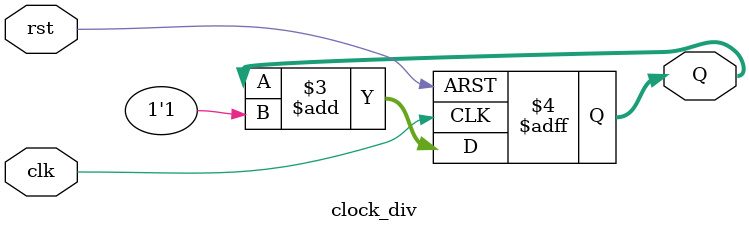
<source format=v>
`timescale 1ns / 1ps


module clock_div(

    input clk,
    input rst,
    output reg [7:0] Q
    );
 
always @ (posedge(clk), posedge(rst))   // When will Always Block Be Triggered
begin
    if (rst == 1'b1)
        // How Output reacts when Reset Is Asserted
        Q <= 8'b0;
    else
        // How Output reacts when Rising Edge of Clock Arrives?
        Q <= Q + 1'b1;
end
 

endmodule

</source>
